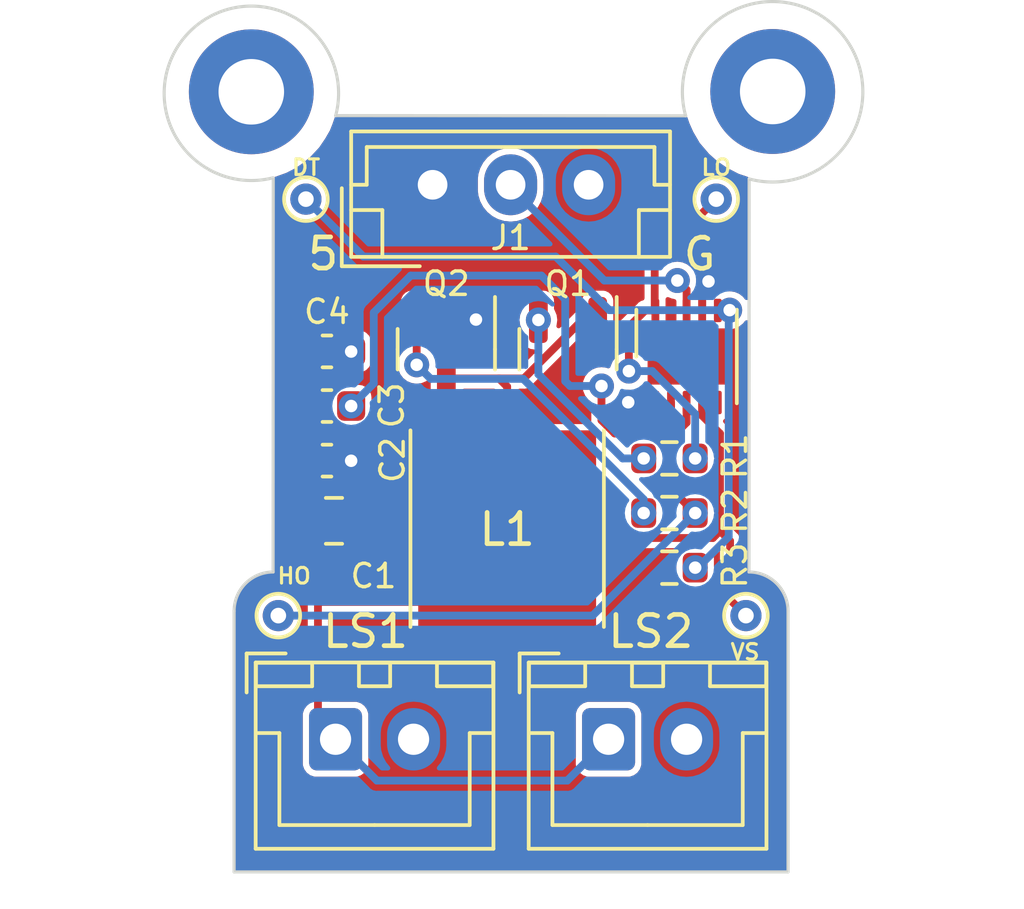
<source format=kicad_pcb>
(kicad_pcb (version 20221018) (generator pcbnew)
  (layers (0 "F.Cu" signal) (31 "B.Cu" signal) (34 "B.Paste" user) (35 "F.Paste" user) (36 "B.SilkS" user "B.Silkscreen") (37 "F.SilkS" user "F.Silkscreen") (38 "B.Mask" user) (39 "F.Mask" user) (44 "Edge.Cuts" user))
  (net 0 "")
  (net 1 "Net-(C1-Pad1)")
  (net 2 "GND")
  (net 3 "+5V")
  (net 4 "Net-(DGD5463-VS)")
  (net 5 "Net-(DGD5463-VB)")
  (net 6 "Net-(DGD5463-LO)")
  (net 7 "Net-(DGD5463-DT)")
  (net 9 "IN")
  (net 10 "Net-(DGD5463-HO)")
  (net 11 "Net-(Q1-G)")
  (net 12 "Net-(Q2-G)")
  (footprint "Capacitor_SMD:C_0805_2012Metric" (layer "F.Cu") (at 123.45 70.75)
    (fp_text reference "C1" (at 1.264 1.767) (layer "F.SilkS") (effects (font (size 0.75 0.75) (thickness 0.11))))
    (fp_text value "1uF")
    (fp_line (start -0.261252 -0.735) (end 0.261252 -0.735) (stroke (width 0.12)) (layer "F.SilkS"))
    (fp_line (start -0.261252 0.735) (end 0.261252 0.735) (stroke (width 0.12)) (layer "F.SilkS"))
    (pad "1" smd roundrect (at -0.95 0) (size 1 1.45) (layers "F.Cu" "F.Paste" "F.Mask") (net 1 "Net-(C1-Pad1)"))
    (pad "2" smd roundrect (at 0.95 0) (size 1 1.45) (layers "F.Cu" "F.Paste" "F.Mask") (net 2 "GND"))
  )
  (footprint "Package_TO_SOT_SMD:SOT-23" (layer "F.Cu") (at 127.05 65.25 -90)
    (fp_text reference "Q2" (at -2.1 0 180) (layer "F.SilkS") (effects (font (size 0.75 0.75) (thickness 0.11))))
    (fp_text value "NMOS")
    (fp_line (start 0 -1.56) (end -1.675 -1.56) (stroke (width 0.12)) (layer "F.SilkS"))
    (fp_line (start 0 -1.56) (end 0.65 -1.56) (stroke (width 0.12)) (layer "F.SilkS"))
    (fp_line (start 0 1.56) (end -0.65 1.56) (stroke (width 0.12)) (layer "F.SilkS"))
    (fp_line (start 0 1.56) (end 0.65 1.56) (stroke (width 0.12)) (layer "F.SilkS"))
    (pad "1" smd roundrect (at -0.9375 -0.95 270) (size 1.475 0.6) (layers "F.Cu" "F.Paste" "F.Mask") (net 3 "+5V"))
    (pad "2" smd roundrect (at -0.9375 0.95 270) (size 1.475 0.6) (layers "F.Cu" "F.Paste" "F.Mask") (net 12 "Net-(Q2-G)"))
    (pad "3" smd roundrect (at 0.9375 0 270) (size 1.475 0.6) (layers "F.Cu" "F.Paste" "F.Mask") (net 4 "Net-(DGD5463-VS)"))
  )
  (footprint "MountingHole:MountingHole_2.1mm" (layer "F.Cu") (at 120.8 57)
    (fp_text reference "REF**" hide)
    (fp_text value "MountingHole_2.1mm")
    (pad "" np_thru_hole circle (at 0 0) (size 4 4) (drill 2.1) (layers "F&B.Cu" "*.Mask"))
  )
  (footprint "Inductor_SMD:L_Taiyo-Yuden_NR-60xx" (layer "F.Cu") (at 129 71 -90)
    (fp_text reference "L1" (at 0.025 0 -180) (layer "F.SilkS"))
    (fp_text value "63.7uH")
    (fp_line (start -3.15 -3.1) (end 3.15 -3.1) (stroke (width 0.12)) (layer "F.SilkS"))
    (fp_line (start -3.15 3.1) (end 3.15 3.1) (stroke (width 0.12)) (layer "F.SilkS"))
    (pad "1" smd rect (at -2.35 0 270) (size 1.6 5.7) (layers "F.Cu" "F.Paste" "F.Mask") (net 4 "Net-(DGD5463-VS)"))
    (pad "2" smd rect (at 2.35 0 270) (size 1.6 5.7) (layers "F.Cu" "F.Paste" "F.Mask") (net 1 "Net-(C1-Pad1)"))
  )
  (footprint "TestPoint:TestPoint_THTPad_D1.0mm_Drill0.5mm" (layer "F.Cu") (at 122.55 60.44)
    (fp_text reference "DT" (at 0.005 -1.016) (layer "F.SilkS") (effects (font (size 0.5 0.5) (thickness 0.1) bold)))
    (fp_text value "TestPoint")
    (fp_circle (center 0 0) (end 0 0.7) (stroke (width 0.12)) (fill none) (layer "F.SilkS"))
    (pad "1" thru_hole circle (at 0 0) (size 1 1) (drill 0.5) (layers "*.Cu" "*.Mask") (net 7 "Net-(DGD5463-DT)"))
  )
  (footprint "TestPoint:TestPoint_THTPad_D1.0mm_Drill0.5mm" (layer "F.Cu") (at 121.666 73.787)
    (fp_text reference "HO" (at 0.508 -1.27) (layer "F.SilkS") (effects (font (size 0.5 0.5) (thickness 0.1) bold)))
    (fp_text value "TestPoint")
    (fp_circle (center 0 0) (end 0 0.7) (stroke (width 0.12)) (fill none) (layer "F.SilkS"))
    (pad "1" thru_hole circle (at 0 0) (size 1 1) (drill 0.5) (layers "*.Cu" "*.Mask") (net 10 "Net-(DGD5463-HO)"))
  )
  (footprint "TestPoint:TestPoint_THTPad_D1.0mm_Drill0.5mm" (layer "F.Cu") (at 136.652 73.787)
    (fp_text reference "VS" (at -0.0254 1.1684) (layer "F.SilkS") (effects (font (size 0.5 0.5) (thickness 0.1) bold)))
    (fp_text value "TestPoint")
    (fp_circle (center 0 0) (end 0 0.7) (stroke (width 0.12)) (fill none) (layer "F.SilkS"))
    (pad "1" thru_hole circle (at 0 0) (size 1 1) (drill 0.5) (layers "*.Cu" "*.Mask") (net 4 "Net-(DGD5463-VS)"))
  )
  (footprint "Package_DFN_QFN:WDFN-10-1EP_3x3mm_P0.5mm_EP1.8x2.5mm" (layer "F.Cu") (at 134.75 65.483 90)
    (fp_text reference "DGD5463" hide)
    (fp_text value "DGD05463")
    (fp_line (start -1.5 1.61) (end 1.5 1.61) (stroke (width 0.12)) (layer "F.SilkS"))
    (fp_line (start 0 -1.61) (end 1.5 -1.61) (stroke (width 0.12)) (layer "F.SilkS"))
    (pad "1" smd roundrect (at -1.475 -1 90) (size 0.75 0.25) (layers "F.Cu" "F.Paste" "F.Mask") (net 3 "+5V"))
    (pad "2" smd roundrect (at -1.475 -0.5 90) (size 0.75 0.25) (layers "F.Cu" "F.Paste" "F.Mask") (net 5 "Net-(DGD5463-VB)"))
    (pad "3" smd roundrect (at -1.475 0 90) (size 0.75 0.25) (layers "F.Cu" "F.Paste" "F.Mask") (net 10 "Net-(DGD5463-HO)"))
    (pad "4" smd roundrect (at -1.475 0.5 90) (size 0.75 0.25) (layers "F.Cu" "F.Paste" "F.Mask") (net 4 "Net-(DGD5463-VS)"))
    (pad "5" smd roundrect (at -1.475 1 90) (size 0.75 0.25) (layers "F.Cu" "F.Paste" "F.Mask"))
    (pad "6" smd roundrect (at 1.475 1 90) (size 0.75 0.25) (layers "F.Cu" "F.Paste" "F.Mask") (net 7 "Net-(DGD5463-DT)"))
    (pad "7" smd roundrect (at 1.475 0.5 90) (size 0.75 0.25) (layers "F.Cu" "F.Paste" "F.Mask") (net 3 "+5V"))
    (pad "8" smd roundrect (at 1.475 0 90) (size 0.75 0.25) (layers "F.Cu" "F.Paste" "F.Mask") (net 9 "IN"))
    (pad "9" smd roundrect (at 1.475 -0.5 90) (size 0.75 0.25) (layers "F.Cu" "F.Paste" "F.Mask") (net 2 "GND"))
    (pad "10" smd roundrect (at 1.475 -1 90) (size 0.75 0.25) (layers "F.Cu" "F.Paste" "F.Mask") (net 6 "Net-(DGD5463-LO)"))
    (pad "11" smd rect (at 0 0 90) (size 1.8 2.5) (layers "F.Cu" "F.Mask"))
  )
  (footprint "Capacitor_SMD:C_0603_1608Metric" (layer "F.Cu") (at 123.225 67.07 180)
    (fp_text reference "C3" (at -2.075 0.02 90) (layer "F.SilkS") (effects (font (size 0.75 0.75) (thickness 0.11))))
    (fp_text value "100n")
    (fp_line (start -0.14058 -0.51) (end 0.14058 -0.51) (stroke (width 0.12)) (layer "F.SilkS"))
    (fp_line (start -0.14058 0.51) (end 0.14058 0.51) (stroke (width 0.12)) (layer "F.SilkS"))
    (pad "1" smd roundrect (at -0.775 0 180) (size 0.9 0.95) (layers "F.Cu" "F.Paste" "F.Mask") (net 5 "Net-(DGD5463-VB)"))
    (pad "2" smd roundrect (at 0.775 0 180) (size 0.9 0.95) (layers "F.Cu" "F.Paste" "F.Mask") (net 4 "Net-(DGD5463-VS)"))
  )
  (footprint "Resistor_SMD:R_0603_1608Metric" (layer "F.Cu") (at 134.2 70.5)
    (fp_text reference "R2" (at 2.0964 -0.0684 90) (layer "F.SilkS") (effects (font (size 0.75 0.75) (thickness 0.11))))
    (fp_text value "10")
    (fp_line (start -0.237258 -0.5225) (end 0.237258 -0.5225) (stroke (width 0.12)) (layer "F.SilkS"))
    (fp_line (start -0.237258 0.5225) (end 0.237258 0.5225) (stroke (width 0.12)) (layer "F.SilkS"))
    (pad "1" smd roundrect (at -0.825 0) (size 0.8 0.95) (layers "F.Cu" "F.Paste" "F.Mask") (net 12 "Net-(Q2-G)"))
    (pad "2" smd roundrect (at 0.825 0) (size 0.8 0.95) (layers "F.Cu" "F.Paste" "F.Mask") (net 10 "Net-(DGD5463-HO)"))
  )
  (footprint "Capacitor_SMD:C_0603_1608Metric" (layer "F.Cu") (at 123.225 68.82 180)
    (fp_text reference "C2" (at -2.1 0.02 90) (layer "F.SilkS") (effects (font (size 0.75 0.75) (thickness 0.11))))
    (fp_text value "1000pF")
    (fp_line (start -0.14058 -0.51) (end 0.14058 -0.51) (stroke (width 0.12)) (layer "F.SilkS"))
    (fp_line (start -0.14058 0.51) (end 0.14058 0.51) (stroke (width 0.12)) (layer "F.SilkS"))
    (pad "1" smd roundrect (at -0.775 0 180) (size 0.9 0.95) (layers "F.Cu" "F.Paste" "F.Mask") (net 3 "+5V"))
    (pad "2" smd roundrect (at 0.775 0 180) (size 0.9 0.95) (layers "F.Cu" "F.Paste" "F.Mask") (net 4 "Net-(DGD5463-VS)"))
  )
  (footprint "Resistor_SMD:R_0603_1608Metric" (layer "F.Cu") (at 134.2 68.75)
    (fp_text reference "R1" (at 2.0964 -0.0684 90) (layer "F.SilkS") (effects (font (size 0.75 0.75) (thickness 0.11))))
    (fp_text value "10")
    (fp_line (start -0.237258 -0.5225) (end 0.237258 -0.5225) (stroke (width 0.12)) (layer "F.SilkS"))
    (fp_line (start -0.237258 0.5225) (end 0.237258 0.5225) (stroke (width 0.12)) (layer "F.SilkS"))
    (pad "1" smd roundrect (at -0.825 0) (size 0.8 0.95) (layers "F.Cu" "F.Paste" "F.Mask") (net 11 "Net-(Q1-G)"))
    (pad "2" smd roundrect (at 0.825 0) (size 0.8 0.95) (layers "F.Cu" "F.Paste" "F.Mask") (net 6 "Net-(DGD5463-LO)"))
  )
  (footprint "Connector_JST:JST_EH_B3B-EH-A_1x03_P2.50mm_Vertical" (layer "F.Cu") (at 126.61 59.98)
    (fp_text reference "J1" (at 2.5 1.7) (layer "F.SilkS") (effects (font (size 0.75 0.75) (thickness 0.11))))
    (fp_text value "Conn_01x03_Pin")
    (fp_line (start -2.91 0.11) (end -2.91 2.61) (stroke (width 0.12)) (layer "F.SilkS"))
    (fp_line (start -2.91 2.61) (end -0.41 2.61) (stroke (width 0.12)) (layer "F.SilkS"))
    (fp_line (start -2.61 -1.71) (end -2.61 2.31) (stroke (width 0.12)) (layer "F.SilkS"))
    (fp_line (start -2.61 0) (end -2.11 0) (stroke (width 0.12)) (layer "F.SilkS"))
    (fp_line (start -2.61 0.81) (end -1.61 0.81) (stroke (width 0.12)) (layer "F.SilkS"))
    (fp_line (start -2.61 2.31) (end 7.61 2.31) (stroke (width 0.12)) (layer "F.SilkS"))
    (fp_line (start -2.11 -1.21) (end 7.11 -1.21) (stroke (width 0.12)) (layer "F.SilkS"))
    (fp_line (start -2.11 0) (end -2.11 -1.21) (stroke (width 0.12)) (layer "F.SilkS"))
    (fp_line (start -1.61 0.81) (end -1.61 2.31) (stroke (width 0.12)) (layer "F.SilkS"))
    (fp_line (start 6.61 0.81) (end 6.61 2.31) (stroke (width 0.12)) (layer "F.SilkS"))
    (fp_line (start 7.11 -1.21) (end 7.11 0) (stroke (width 0.12)) (layer "F.SilkS"))
    (fp_line (start 7.11 0) (end 7.61 0) (stroke (width 0.12)) (layer "F.SilkS"))
    (fp_line (start 7.61 -1.71) (end -2.61 -1.71) (stroke (width 0.12)) (layer "F.SilkS"))
    (fp_line (start 7.61 0.81) (end 6.61 0.81) (stroke (width 0.12)) (layer "F.SilkS"))
    (fp_line (start 7.61 2.31) (end 7.61 -1.71) (stroke (width 0.12)) (layer "F.SilkS"))
    (pad "1" thru_hole roundrect (at 0 0) (size 1.7 1.95) (drill 0.95) (layers "*.Cu" "*.Mask") (roundrect_rratio 0.147059) (net 3 "+5V"))
    (pad "2" thru_hole oval (at 2.5 0) (size 1.7 1.95) (drill 0.95) (layers "*.Cu" "*.Mask") (net 9 "IN"))
    (pad "3" thru_hole oval (at 5 0) (size 1.7 1.95) (drill 0.95) (layers "*.Cu" "*.Mask") (net 2 "GND"))
  )
  (footprint "MountingHole:MountingHole_2.1mm" (layer "F.Cu") (at 137.51 56.99)
    (fp_text reference "REF**" hide)
    (fp_text value "MountingHole_2.1mm")
    (pad "" np_thru_hole circle (at 0 0) (size 4 4) (drill 2.1) (layers "F&B.Cu" "*.Mask"))
  )
  (footprint "Connector_JST:JST_XH_B2B-XH-A_1x02_P2.50mm_Vertical" (layer "F.Cu") (at 123.5 77.75)
    (fp_text reference "LS1" (at 0.96 -3.455) (layer "F.SilkS"))
    (fp_text value "Speaker")
    (fp_line (start -2.85 -2.75) (end -2.85 -1.5) (stroke (width 0.12)) (layer "F.SilkS"))
    (fp_line (start -2.56 -2.46) (end -2.56 3.51) (stroke (width 0.12)) (layer "F.SilkS"))
    (fp_line (start -2.56 3.51) (end 5.06 3.51) (stroke (width 0.12)) (layer "F.SilkS"))
    (fp_line (start -2.55 -2.45) (end -2.55 -1.7) (stroke (width 0.12)) (layer "F.SilkS"))
    (fp_line (start -2.55 -1.7) (end -0.75 -1.7) (stroke (width 0.12)) (layer "F.SilkS"))
    (fp_line (start -2.55 -0.2) (end -1.8 -0.2) (stroke (width 0.12)) (layer "F.SilkS"))
    (fp_line (start -1.8 -0.2) (end -1.8 2.75) (stroke (width 0.12)) (layer "F.SilkS"))
    (fp_line (start -1.8 2.75) (end 1.25 2.75) (stroke (width 0.12)) (layer "F.SilkS"))
    (fp_line (start -1.6 -2.75) (end -2.85 -2.75) (stroke (width 0.12)) (layer "F.SilkS"))
    (fp_line (start -0.75 -2.45) (end -2.55 -2.45) (stroke (width 0.12)) (layer "F.SilkS"))
    (fp_line (start -0.75 -1.7) (end -0.75 -2.45) (stroke (width 0.12)) (layer "F.SilkS"))
    (fp_line (start 0.75 -2.45) (end 0.75 -1.7) (stroke (width 0.12)) (layer "F.SilkS"))
    (fp_line (start 0.75 -1.7) (end 1.75 -1.7) (stroke (width 0.12)) (layer "F.SilkS"))
    (fp_line (start 1.75 -2.45) (end 0.75 -2.45) (stroke (width 0.12)) (layer "F.SilkS"))
    (fp_line (start 1.75 -1.7) (end 1.75 -2.45) (stroke (width 0.12)) (layer "F.SilkS"))
    (fp_line (start 3.25 -2.45) (end 3.25 -1.7) (stroke (width 0.12)) (layer "F.SilkS"))
    (fp_line (start 3.25 -1.7) (end 5.05 -1.7) (stroke (width 0.12)) (layer "F.SilkS"))
    (fp_line (start 4.3 -0.2) (end 4.3 2.75) (stroke (width 0.12)) (layer "F.SilkS"))
    (fp_line (start 4.3 2.75) (end 1.25 2.75) (stroke (width 0.12)) (layer "F.SilkS"))
    (fp_line (start 5.05 -2.45) (end 3.25 -2.45) (stroke (width 0.12)) (layer "F.SilkS"))
    (fp_line (start 5.05 -1.7) (end 5.05 -2.45) (stroke (width 0.12)) (layer "F.SilkS"))
    (fp_line (start 5.05 -0.2) (end 4.3 -0.2) (stroke (width 0.12)) (layer "F.SilkS"))
    (fp_line (start 5.06 -2.46) (end -2.56 -2.46) (stroke (width 0.12)) (layer "F.SilkS"))
    (fp_line (start 5.06 3.51) (end 5.06 -2.46) (stroke (width 0.12)) (layer "F.SilkS"))
    (pad "1" thru_hole roundrect (at 0 0) (size 1.7 2) (drill 1) (layers "*.Cu" "*.Mask") (roundrect_rratio 0.147059) (net 1 "Net-(C1-Pad1)"))
    (pad "2" thru_hole oval (at 2.5 0) (size 1.7 2) (drill 1) (layers "*.Cu" "*.Mask") (net 2 "GND"))
  )
  (footprint "Resistor_SMD:R_0603_1608Metric" (layer "F.Cu") (at 134.2 72.25)
    (fp_text reference "R3" (at 2.0964 -0.0684 270) (layer "F.SilkS") (effects (font (size 0.75 0.75) (thickness 0.11))))
    (fp_text value "10k")
    (fp_line (start -0.237258 -0.5225) (end 0.237258 -0.5225) (stroke (width 0.12)) (layer "F.SilkS"))
    (fp_line (start -0.237258 0.5225) (end 0.237258 0.5225) (stroke (width 0.12)) (layer "F.SilkS"))
    (pad "1" smd roundrect (at -0.825 0) (size 0.8 0.95) (layers "F.Cu" "F.Paste" "F.Mask") (net 2 "GND"))
    (pad "2" smd roundrect (at 0.825 0) (size 0.8 0.95) (layers "F.Cu" "F.Paste" "F.Mask") (net 7 "Net-(DGD5463-DT)"))
  )
  (footprint "Connector_JST:JST_XH_B2B-XH-A_1x02_P2.50mm_Vertical" (layer "F.Cu") (at 132.25 77.75)
    (fp_text reference "LS2" (at 1.354 -3.455) (layer "F.SilkS"))
    (fp_text value "Speaker")
    (fp_line (start -2.85 -2.75) (end -2.85 -1.5) (stroke (width 0.12)) (layer "F.SilkS"))
    (fp_line (start -2.56 -2.46) (end -2.56 3.51) (stroke (width 0.12)) (layer "F.SilkS"))
    (fp_line (start -2.56 3.51) (end 5.06 3.51) (stroke (width 0.12)) (layer "F.SilkS"))
    (fp_line (start -2.55 -2.45) (end -2.55 -1.7) (stroke (width 0.12)) (layer "F.SilkS"))
    (fp_line (start -2.55 -1.7) (end -0.75 -1.7) (stroke (width 0.12)) (layer "F.SilkS"))
    (fp_line (start -2.55 -0.2) (end -1.8 -0.2) (stroke (width 0.12)) (layer "F.SilkS"))
    (fp_line (start -1.8 -0.2) (end -1.8 2.75) (stroke (width 0.12)) (layer "F.SilkS"))
    (fp_line (start -1.8 2.75) (end 1.25 2.75) (stroke (width 0.12)) (layer "F.SilkS"))
    (fp_line (start -1.6 -2.75) (end -2.85 -2.75) (stroke (width 0.12)) (layer "F.SilkS"))
    (fp_line (start -0.75 -2.45) (end -2.55 -2.45) (stroke (width 0.12)) (layer "F.SilkS"))
    (fp_line (start -0.75 -1.7) (end -0.75 -2.45) (stroke (width 0.12)) (layer "F.SilkS"))
    (fp_line (start 0.75 -2.45) (end 0.75 -1.7) (stroke (width 0.12)) (layer "F.SilkS"))
    (fp_line (start 0.75 -1.7) (end 1.75 -1.7) (stroke (width 0.12)) (layer "F.SilkS"))
    (fp_line (start 1.75 -2.45) (end 0.75 -2.45) (stroke (width 0.12)) (layer "F.SilkS"))
    (fp_line (start 1.75 -1.7) (end 1.75 -2.45) (stroke (width 0.12)) (layer "F.SilkS"))
    (fp_line (start 3.25 -2.45) (end 3.25 -1.7) (stroke (width 0.12)) (layer "F.SilkS"))
    (fp_line (start 3.25 -1.7) (end 5.05 -1.7) (stroke (width 0.12)) (layer "F.SilkS"))
    (fp_line (start 4.3 -0.2) (end 4.3 2.75) (stroke (width 0.12)) (layer "F.SilkS"))
    (fp_line (start 4.3 2.75) (end 1.25 2.75) (stroke (width 0.12)) (layer "F.SilkS"))
    (fp_line (start 5.05 -2.45) (end 3.25 -2.45) (stroke (width 0.12)) (layer "F.SilkS"))
    (fp_line (start 5.05 -1.7) (end 5.05 -2.45) (stroke (width 0.12)) (layer "F.SilkS"))
    (fp_line (start 5.05 -0.2) (end 4.3 -0.2) (stroke (width 0.12)) (layer "F.SilkS"))
    (fp_line (start 5.06 -2.46) (end -2.56 -2.46) (stroke (width 0.12)) (layer "F.SilkS"))
    (fp_line (start 5.06 3.51) (end 5.06 -2.46) (stroke (width 0.12)) (layer "F.SilkS"))
    (pad "1" thru_hole roundrect (at 0 0) (size 1.7 2) (drill 1) (layers "*.Cu" "*.Mask") (roundrect_rratio 0.147059) (net 1 "Net-(C1-Pad1)"))
    (pad "2" thru_hole oval (at 2.5 0) (size 1.7 2) (drill 1) (layers "*.Cu" "*.Mask") (net 2 "GND"))
  )
  (footprint "TestPoint:TestPoint_THTPad_D1.0mm_Drill0.5mm" (layer "F.Cu") (at 135.7 60.44)
    (fp_text reference "LO" (at 0 -1.016) (layer "F.SilkS") (effects (font (size 0.5 0.5) (thickness 0.1) bold)))
    (fp_text value "TestPoint")
    (fp_circle (center 0 0) (end 0 0.7) (stroke (width 0.12)) (fill none) (layer "F.SilkS"))
    (pad "1" thru_hole circle (at 0 0) (size 1 1) (drill 0.5) (layers "*.Cu" "*.Mask") (net 6 "Net-(DGD5463-LO)"))
  )
  (footprint "Package_TO_SOT_SMD:SOT-23" (layer "F.Cu") (at 130.95 65.25 -90)
    (fp_text reference "Q1" (at -2.1 0 180) (layer "F.SilkS") (effects (font (size 0.75 0.75) (thickness 0.11))))
    (fp_text value "NMOS")
    (fp_line (start 0 -1.56) (end -1.675 -1.56) (stroke (width 0.12)) (layer "F.SilkS"))
    (fp_line (start 0 -1.56) (end 0.65 -1.56) (stroke (width 0.12)) (layer "F.SilkS"))
    (fp_line (start 0 1.56) (end -0.65 1.56) (stroke (width 0.12)) (layer "F.SilkS"))
    (fp_line (start 0 1.56) (end 0.65 1.56) (stroke (width 0.12)) (layer "F.SilkS"))
    (pad "1" smd roundrect (at -0.9375 -0.95 270) (size 1.475 0.6) (layers "F.Cu" "F.Paste" "F.Mask") (net 4 "Net-(DGD5463-VS)"))
    (pad "2" smd roundrect (at -0.9375 0.95 270) (size 1.475 0.6) (layers "F.Cu" "F.Paste" "F.Mask") (net 11 "Net-(Q1-G)"))
    (pad "3" smd roundrect (at 0.9375 0 270) (size 1.475 0.6) (layers "F.Cu" "F.Paste" "F.Mask") (net 2 "GND"))
  )
  (footprint "Capacitor_SMD:C_0603_1608Metric" (layer "F.Cu") (at 123.225 65.32 180)
    (fp_text reference "C4" (at 0 1.27) (layer "F.SilkS") (effects (font (size 0.75 0.75) (thickness 0.11))))
    (fp_text value "7pF")
    (fp_line (start -0.14058 -0.51) (end 0.14058 -0.51) (stroke (width 0.12)) (layer "F.SilkS"))
    (fp_line (start -0.14058 0.51) (end 0.14058 0.51) (stroke (width 0.12)) (layer "F.SilkS"))
    (pad "1" smd roundrect (at -0.775 0 180) (size 0.9 0.95) (layers "F.Cu" "F.Paste" "F.Mask") (net 3 "+5V"))
    (pad "2" smd roundrect (at 0.775 0 180) (size 0.9 0.95) (layers "F.Cu" "F.Paste" "F.Mask") (net 2 "GND"))
  )
  (gr_line (start 120.25 82) (end 138 82) (stroke (width 0.1)) (layer "Edge.Cuts"))
  (gr_line (start 121.504214 59.764214) (end 121.5 72.39) (stroke (width 0.1)) (layer "Edge.Cuts"))
  (gr_line (start 136.7536 59.7916) (end 136.75 72.39) (stroke (width 0.1)) (layer "Edge.Cuts"))
  (gr_line (start 120.25 82) (end 120.25 73.64) (stroke (width 0.1)) (layer "Edge.Cuts"))
  (gr_line (start 138 73.64) (end 138 82) (stroke (width 0.1)) (layer "Edge.Cuts"))
  (gr_arc (start 120.25 73.64) (mid 120.616117 72.756117) (end 121.5 72.39) (stroke (width 0.1)) (layer "Edge.Cuts"))
  (gr_arc (start 136.75 72.39) (mid 137.633883 72.756117) (end 138 73.64) (stroke (width 0.1)) (layer "Edge.Cuts"))
  (gr_arc (start 121.501712 59.754532) (mid 118.832056 55.065994) (end 123.504214 57.764214) (stroke (width 0.1)) (layer "Edge.Cuts"))
  (gr_arc (start 134.720001 57.77) (mid 139.545762 54.94923) (end 136.7536 59.7916) (stroke (width 0.1)) (layer "Edge.Cuts"))
  (gr_line (start 134.72 57.77) (end 123.504214 57.764214) (stroke (width 0.1)) (layer "Edge.Cuts"))
  (gr_text "G" (at 134.5692 62.7888) (layer "F.SilkS") (effects (font (size 1 1)) (justify left bottom)))
  (gr_text "5" (at 122.5296 62.78) (layer "F.SilkS") (effects (font (size 1 1)) (justify left bottom)))
  (segment (start 122.936 77.186) (end 123.5 77.75) (width 0.25) (layer "F.Cu") (net 1))
  (segment (start 122.936 73.35) (end 122.936 77.186) (width 0.25) (layer "F.Cu") (net 1))
  (segment (start 122.936 73.35) (end 129 73.35) (width 0.25) (layer "F.Cu") (net 1))
  (segment (start 122.5 70.75) (end 122.936 71.186) (width 0.25) (layer "F.Cu") (net 1))
  (segment (start 122.936 71.186) (end 122.936 73.35) (width 0.25) (layer "F.Cu") (net 1))
  (segment (start 124.825 79.075) (end 130.925 79.075) (width 0.25) (layer "B.Cu") (net 1))
  (segment (start 123.5 77.75) (end 124.825 79.075) (width 0.25) (layer "B.Cu") (net 1))
  (segment (start 130.925 79.075) (end 132.25 77.75) (width 0.25) (layer "B.Cu") (net 1))
  (segment (start 132.888 66.958) (end 132.88 66.95) (width 0.25) (layer "F.Cu") (net 3))
  (segment (start 135.25 63.279164) (end 135.25 64.008) (width 0.25) (layer "F.Cu") (net 3))
  (segment (start 135.45258 63.076584) (end 135.25 63.279164) (width 0.25) (layer "F.Cu") (net 3))
  (segment (start 133.75 66.958) (end 132.888 66.958) (width 0.25) (layer "F.Cu") (net 3))
  (via (at 132.88 66.95) (size 0.8) (drill 0.4) (layers "F.Cu" "B.Cu") (net 3))
  (via (at 135.45258 63.076584) (size 0.8) (drill 0.4) (layers "F.Cu" "B.Cu") (net 3))
  (via (at 124 68.825) (size 0.8) (drill 0.4) (layers "F.Cu" "B.Cu") (net 3))
  (via (at 124 65.325) (size 0.8) (drill 0.4) (layers "F.Cu" "B.Cu") (net 3))
  (via (at 128 64.3) (size 0.8) (drill 0.4) (layers "F.Cu" "B.Cu") (net 3))
  (segment (start 135.820821 71.071641) (end 135.592462 71.3) (width 0.25) (layer "F.Cu") (net 4))
  (segment (start 135.25 67.381008) (end 135.820821 67.951829) (width 0.25) (layer "F.Cu") (net 4))
  (segment (start 126.75 69.625) (end 126.745 69.62) (width 0.25) (layer "F.Cu") (net 4))
  (segment (start 122.82 69.62) (end 122.45 69.25) (width 0.25) (layer "F.Cu") (net 4))
  (segment (start 131.65 71.3) (end 129 68.65) (width 0.25) (layer "F.Cu") (net 4))
  (segment (start 135.820821 67.951829) (end 135.820821 71.071641) (width 0.25) (layer "F.Cu") (net 4))
  (segment (start 129 68.65) (end 129 68.75) (width 0.25) (layer "F.Cu") (net 4))
  (segment (start 136.144 71.39482) (end 135.820821 71.071641) (width 0.25) (layer "F.Cu") (net 4))
  (segment (start 136.652 73.787) (end 136.144 73.279) (width 0.25) (layer "F.Cu") (net 4))
  (segment (start 136.144 73.279) (end 136.144 71.39482) (width 0.25) (layer "F.Cu") (net 4))
  (segment (start 129 68.65) (end 129 66.45) (width 0.25) (layer "F.Cu") (net 4))
  (segment (start 135.592462 71.3) (end 131.65 71.3) (width 0.25) (layer "F.Cu") (net 4))
  (segment (start 122.45 69.25) (end 122.45 68.82) (width 0.25) (layer "F.Cu") (net 4))
  (segment (start 131.409251 64.3125) (end 131.9 64.3125) (width 0.25) (layer "F.Cu") (net 4))
  (segment (start 126.745 69.62) (end 122.82 69.62) (width 0.25) (layer "F.Cu") (net 4))
  (segment (start 129.534251 66.1875) (end 131.409251 64.3125) (width 0.25) (layer "F.Cu") (net 4))
  (segment (start 135.25 66.958) (end 135.25 67.381008) (width 0.25) (layer "F.Cu") (net 4))
  (segment (start 128.7375 66.1875) (end 127.05 66.1875) (width 0.25) (layer "F.Cu") (net 4))
  (segment (start 129 66.45) (end 128.7375 66.1875) (width 0.25) (layer "F.Cu") (net 4))
  (segment (start 122.45 68.82) (end 122.45 67.07) (width 0.25) (layer "F.Cu") (net 4))
  (segment (start 128.025 69.625) (end 126.75 69.625) (width 0.25) (layer "F.Cu") (net 4))
  (segment (start 129 68.65) (end 128.025 69.625) (width 0.25) (layer "F.Cu") (net 4))
  (segment (start 128.7375 66.1875) (end 129.534251 66.1875) (width 0.25) (layer "F.Cu") (net 4))
  (segment (start 134.25 67.381008) (end 134.25 66.958) (width 0.25) (layer "F.Cu") (net 5))
  (segment (start 133.681008 67.95) (end 134.25 67.381008) (width 0.25) (layer "F.Cu") (net 5))
  (segment (start 132.022695 66.428691) (end 132.022695 67.526434) (width 0.25) (layer "F.Cu") (net 5))
  (segment (start 132.446261 67.95) (end 133.681008 67.95) (width 0.25) (layer "F.Cu") (net 5))
  (segment (start 132.022695 67.526434) (end 132.446261 67.95) (width 0.25) (layer "F.Cu") (net 5))
  (via (at 132.022695 66.428691) (size 0.8) (drill 0.4) (layers "F.Cu" "B.Cu") (net 5))
  (via (at 124 67.07) (size 0.8) (drill 0.4) (layers "F.Cu" "B.Cu") (net 5))
  (segment (start 130.0988 62.8904) (end 125.9096 62.8904) (width 0.25) (layer "B.Cu") (net 5))
  (segment (start 132.022695 66.428691) (end 131.015087 66.428691) (width 0.25) (layer "B.Cu") (net 5))
  (segment (start 124.725 66.345) (end 124 67.07) (width 0.25) (layer "B.Cu") (net 5))
  (segment (start 125.9096 62.8904) (end 124.725 64.075) (width 0.25) (layer "B.Cu") (net 5))
  (segment (start 130.8608 66.274404) (end 130.8608 63.6524) (width 0.25) (layer "B.Cu") (net 5))
  (segment (start 131.015087 66.428691) (end 130.8608 66.274404) (width 0.25) (layer "B.Cu") (net 5))
  (segment (start 130.8608 63.6524) (end 130.0988 62.8904) (width 0.25) (layer "B.Cu") (net 5))
  (segment (start 124.725 64.075) (end 124.725 66.345) (width 0.25) (layer "B.Cu") (net 5))
  (segment (start 135.7 60.44) (end 133.728467 62.411533) (width 0.25) (layer "F.Cu") (net 6))
  (segment (start 132.900498 64.532502) (end 133.425 64.008) (width 0.25) (layer "F.Cu") (net 6))
  (segment (start 133.728467 62.411533) (end 133.728467 63.986467) (width 0.25) (layer "F.Cu") (net 6))
  (segment (start 133.425 64.008) (end 133.75 64.008) (width 0.25) (layer "F.Cu") (net 6))
  (segment (start 132.900498 65.950708) (end 132.900498 64.532502) (width 0.25) (layer "F.Cu") (net 6))
  (segment (start 133.728467 63.986467) (end 133.75 64.008) (width 0.25) (layer "F.Cu") (net 6))
  (via (at 135.025 68.75) (size 0.8) (drill 0.4) (layers "F.Cu" "B.Cu") (net 6))
  (via (at 132.900498 65.950708) (size 0.8) (drill 0.4) (layers "F.Cu" "B.Cu") (net 6))
  (segment (start 135.025 67.325) (end 135.025 68.75) (width 0.25) (layer "B.Cu") (net 6))
  (segment (start 133.650708 65.950708) (end 135.025 67.325) (width 0.25) (layer "B.Cu") (net 6))
  (segment (start 132.900498 65.950708) (end 133.650708 65.950708) (width 0.25) (layer "B.Cu") (net 6))
  (segment (start 136.130603 63.997898) (end 136.120501 64.008) (width 0.25) (layer "F.Cu") (net 7))
  (segment (start 136.120501 64.008) (end 135.75 64.008) (width 0.25) (layer "F.Cu") (net 7))
  (via (at 135.025 72.25) (size 0.8) (drill 0.4) (layers "F.Cu" "B.Cu") (net 7))
  (via (at 136.130603 63.997898) (size 0.8) (drill 0.4) (layers "F.Cu" "B.Cu") (net 7))
  (segment (start 136.1 71.261396) (end 135.111396 72.25) (width 0.25) (layer "B.Cu") (net 7))
  (segment (start 124.3908 62.2808) (end 130.556 62.2808) (width 0.25) (layer "B.Cu") (net 7))
  (segment (start 132.273098 63.997898) (end 136.130603 63.997898) (width 0.25) (layer "B.Cu") (net 7))
  (segment (start 135.111396 72.25) (end 135.025 72.25) (width 0.25) (layer "B.Cu") (net 7))
  (segment (start 122.55 60.44) (end 124.3908 62.2808) (width 0.25) (layer "B.Cu") (net 7))
  (segment (start 136.1 64.028501) (end 136.1 71.261396) (width 0.25) (layer "B.Cu") (net 7))
  (segment (start 136.130603 63.997898) (end 136.1 64.028501) (width 0.25) (layer "B.Cu") (net 7))
  (segment (start 130.556 62.2808) (end 132.273098 63.997898) (width 0.25) (layer "B.Cu") (net 7))
  (segment (start 134.75 63.345215) (end 134.75 64.008) (width 0.25) (layer "F.Cu") (net 9))
  (segment (start 134.453467 63.048682) (end 134.75 63.345215) (width 0.25) (layer "F.Cu") (net 9))
  (via (at 134.453467 63.048682) (size 0.8) (drill 0.4) (layers "F.Cu" "B.Cu") (net 9))
  (segment (start 134.453467 63.048682) (end 132.113682 63.048682) (width 0.25) (layer "B.Cu") (net 9))
  (segment (start 129.12 60.055) (end 129.12 59.99) (width 0.25) (layer "B.Cu") (net 9))
  (segment (start 132.113682 63.048682) (end 129.12 60.055) (width 0.25) (layer "B.Cu") (net 9))
  (segment (start 135.025 70.5) (end 134.2 69.675) (width 0.25) (layer "F.Cu") (net 10))
  (segment (start 134.2 68.15) (end 134.75 67.6) (width 0.25) (layer "F.Cu") (net 10))
  (segment (start 134.75 67.6) (end 134.75 66.958) (width 0.25) (layer "F.Cu") (net 10))
  (segment (start 134.2 69.675) (end 134.2 68.15) (width 0.25) (layer "F.Cu") (net 10))
  (via (at 135.025 70.5) (size 0.8) (drill 0.4) (layers "F.Cu" "B.Cu") (net 10))
  (segment (start 121.666 73.787) (end 131.738 73.787) (width 0.25) (layer "B.Cu") (net 10))
  (segment (start 131.738 73.787) (end 135.025 70.5) (width 0.25) (layer "B.Cu") (net 10))
  (via (at 133.375 68.75) (size 0.8) (drill 0.4) (layers "F.Cu" "B.Cu") (net 11))
  (via (at 130 64.3125) (size 0.8) (drill 0.4) (layers "F.Cu" "B.Cu") (net 11))
  (segment (start 133.375 68.75) (end 132.7 68.75) (width 0.25) (layer "B.Cu") (net 11))
  (segment (start 132.7 68.75) (end 130 66.05) (width 0.25) (layer "B.Cu") (net 11))
  (segment (start 130 66.05) (end 130 64.3125) (width 0.25) (layer "B.Cu") (net 11))
  (segment (start 126.1 65.75) (end 126.1 64.3125) (width 0.25) (layer "F.Cu") (net 12))
  (via (at 126.1 65.75) (size 0.8) (drill 0.4) (layers "F.Cu" "B.Cu") (net 12))
  (via (at 133.375 70.5) (size 0.8) (drill 0.4) (layers "F.Cu" "B.Cu") (net 12))
  (segment (start 126.1 65.75) (end 126.55 66.2) (width 0.25) (layer "B.Cu") (net 12))
  (segment (start 133.375 70.061396) (end 133.375 70.5) (width 0.25) (layer "B.Cu") (net 12))
  (segment (start 129.513604 66.2) (end 133.375 70.061396) (width 0.25) (layer "B.Cu") (net 12))
  (segment (start 126.55 66.2) (end 129.513604 66.2) (width 0.25) (layer "B.Cu") (net 12))
  (zone (net 2) (net_name "GND") (layer "F.Cu") (connect_pads yes (clearance 0.15)) (min_thickness 0.15) (fill yes (thermal_gap 0.5) (thermal_bridge_width 0.5))
    (polygon (pts (xy 123.5 57.75) (xy 134.75 57.75) (xy 134.84 58.01) (xy 134.96 58.28) (xy 135.17 58.64) (xy 135.47 58.99) (xy 135.74 59.23) (xy 136.05 59.44) (xy 136.42 59.63) (xy 136.75 59.74) (xy 136.75 72.23) (xy 138.25 72.23) (xy 138.25 82.15) (xy 120.05 82.15) (xy 120.177 72.403) (xy 121.477 71.903) (xy 121.35 59.85) (xy 121.5 59.85) (xy 121.5 59.75) (xy 121.92 59.6) (xy 122.23 59.44) (xy 122.46 59.28) (xy 122.7 59.08) (xy 122.86 58.91) (xy 122.98 58.78) (xy 123.17 58.5) (xy 123.32 58.24) (xy 123.4 58.04) (xy 123.48 57.81)))
  )
  (zone (net 3) (net_name "+5V") (layer "B.Cu") (connect_pads yes (clearance 0.15)) (min_thickness 0.15) (fill yes (thermal_gap 0.5) (thermal_bridge_width 0.5))
    (polygon (pts (xy 123.5 57.75) (xy 134.75 57.75) (xy 134.84 58.01) (xy 134.96 58.28) (xy 135.17 58.64) (xy 135.47 58.99) (xy 135.74 59.23) (xy 136.05 59.44) (xy 136.42 59.63) (xy 136.75 59.74) (xy 136.75 72.23) (xy 138.25 72.23) (xy 138.25 82.15) (xy 120.05 82.15) (xy 120.177 72.403) (xy 121.477 71.903) (xy 121.35 59.85) (xy 121.5 59.85) (xy 121.5 59.75) (xy 121.92 59.6) (xy 122.23 59.44) (xy 122.46 59.28) (xy 122.7 59.08) (xy 122.86 58.91) (xy 122.98 58.78) (xy 123.17 58.5) (xy 123.32 58.24) (xy 123.4 58.04) (xy 123.48 57.81)))
  )
)
</source>
